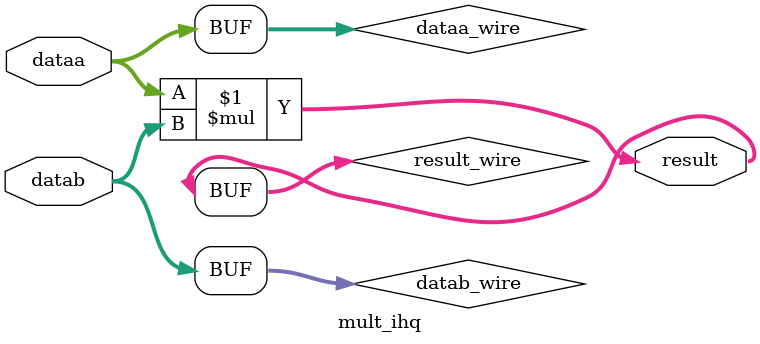
<source format=v>






//synthesis_resources = 
//synopsys translate_off
`timescale 1 ps / 1 ps
//synopsys translate_on
module  mult_ihq
	( 
	dataa,
	datab,
	result) /* synthesis synthesis_clearbox=1 */;
	input   [7:0]  dataa;
	input   [7:0]  datab;
	output   [15:0]  result;

	wire signed	[7:0]    dataa_wire;
	wire signed	[7:0]    datab_wire;
	wire signed	[15:0]    result_wire;



	assign dataa_wire = dataa;
	assign datab_wire = datab;
	assign result_wire = dataa_wire * datab_wire;
	assign result = ({result_wire[15:0]});

endmodule //mult_ihq
//VALID FILE

</source>
